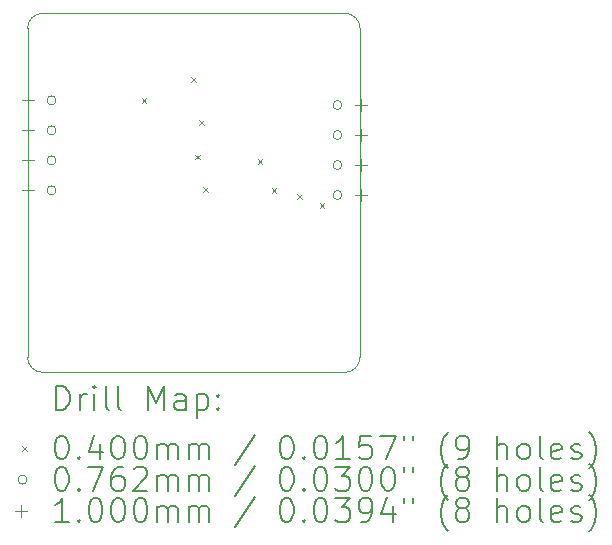
<source format=gbr>
%TF.GenerationSoftware,KiCad,Pcbnew,7.0.1*%
%TF.CreationDate,2023-09-22T10:38:57-04:00*%
%TF.ProjectId,PMIC_module,504d4943-5f6d-46f6-9475-6c652e6b6963,rev?*%
%TF.SameCoordinates,Original*%
%TF.FileFunction,Drillmap*%
%TF.FilePolarity,Positive*%
%FSLAX45Y45*%
G04 Gerber Fmt 4.5, Leading zero omitted, Abs format (unit mm)*
G04 Created by KiCad (PCBNEW 7.0.1) date 2023-09-22 10:38:57*
%MOMM*%
%LPD*%
G01*
G04 APERTURE LIST*
%ADD10C,0.100000*%
%ADD11C,0.200000*%
%ADD12C,0.040000*%
%ADD13C,0.076200*%
G04 APERTURE END LIST*
D10*
X10192780Y-8026160D02*
X10192780Y-10812540D01*
X10065780Y-10939540D02*
G75*
G03*
X10192780Y-10812540I0J127000D01*
G01*
X7378460Y-10812540D02*
G75*
G03*
X7505460Y-10939540I127000J0D01*
G01*
X7505460Y-7899160D02*
X10065780Y-7899160D01*
X7505460Y-7899160D02*
G75*
G03*
X7378460Y-8026160I0J-127000D01*
G01*
X10065780Y-10939540D02*
X7505460Y-10939540D01*
X7378460Y-10812540D02*
X7378460Y-8026160D01*
X10192780Y-8026160D02*
G75*
G03*
X10065780Y-7899160I-127000J0D01*
G01*
D11*
D12*
X8343980Y-8616000D02*
X8383980Y-8656000D01*
X8383980Y-8616000D02*
X8343980Y-8656000D01*
X8762875Y-8440295D02*
X8802875Y-8480295D01*
X8802875Y-8440295D02*
X8762875Y-8480295D01*
X8798640Y-9095820D02*
X8838640Y-9135820D01*
X8838640Y-9095820D02*
X8798640Y-9135820D01*
X8831660Y-8801180D02*
X8871660Y-8841180D01*
X8871660Y-8801180D02*
X8831660Y-8841180D01*
X8867220Y-9372680D02*
X8907220Y-9412680D01*
X8907220Y-9372680D02*
X8867220Y-9412680D01*
X9326960Y-9131380D02*
X9366960Y-9171380D01*
X9366960Y-9131380D02*
X9326960Y-9171380D01*
X9443800Y-9382840D02*
X9483800Y-9422840D01*
X9483800Y-9382840D02*
X9443800Y-9422840D01*
X9661300Y-9432700D02*
X9701300Y-9472700D01*
X9701300Y-9432700D02*
X9661300Y-9472700D01*
X9850200Y-9509840D02*
X9890200Y-9549840D01*
X9890200Y-9509840D02*
X9850200Y-9549840D01*
D13*
X7619100Y-8636000D02*
G75*
G03*
X7619100Y-8636000I-38100J0D01*
G01*
X7619100Y-8890000D02*
G75*
G03*
X7619100Y-8890000I-38100J0D01*
G01*
X7619100Y-9144000D02*
G75*
G03*
X7619100Y-9144000I-38100J0D01*
G01*
X7619100Y-9398000D02*
G75*
G03*
X7619100Y-9398000I-38100J0D01*
G01*
X10040380Y-8676400D02*
G75*
G03*
X10040380Y-8676400I-38100J0D01*
G01*
X10040380Y-8930400D02*
G75*
G03*
X10040380Y-8930400I-38100J0D01*
G01*
X10040380Y-9184400D02*
G75*
G03*
X10040380Y-9184400I-38100J0D01*
G01*
X10040380Y-9438400D02*
G75*
G03*
X10040380Y-9438400I-38100J0D01*
G01*
D10*
X7381000Y-8586000D02*
X7381000Y-8686000D01*
X7331000Y-8636000D02*
X7431000Y-8636000D01*
X7381000Y-8840000D02*
X7381000Y-8940000D01*
X7331000Y-8890000D02*
X7431000Y-8890000D01*
X7381000Y-9094000D02*
X7381000Y-9194000D01*
X7331000Y-9144000D02*
X7431000Y-9144000D01*
X7381000Y-9348000D02*
X7381000Y-9448000D01*
X7331000Y-9398000D02*
X7431000Y-9398000D01*
X10202280Y-8626400D02*
X10202280Y-8726400D01*
X10152280Y-8676400D02*
X10252280Y-8676400D01*
X10202280Y-8880400D02*
X10202280Y-8980400D01*
X10152280Y-8930400D02*
X10252280Y-8930400D01*
X10202280Y-9134400D02*
X10202280Y-9234400D01*
X10152280Y-9184400D02*
X10252280Y-9184400D01*
X10202280Y-9388400D02*
X10202280Y-9488400D01*
X10152280Y-9438400D02*
X10252280Y-9438400D01*
D11*
X7621079Y-11257064D02*
X7621079Y-11057064D01*
X7621079Y-11057064D02*
X7668698Y-11057064D01*
X7668698Y-11057064D02*
X7697269Y-11066588D01*
X7697269Y-11066588D02*
X7716317Y-11085635D01*
X7716317Y-11085635D02*
X7725841Y-11104683D01*
X7725841Y-11104683D02*
X7735365Y-11142778D01*
X7735365Y-11142778D02*
X7735365Y-11171350D01*
X7735365Y-11171350D02*
X7725841Y-11209445D01*
X7725841Y-11209445D02*
X7716317Y-11228492D01*
X7716317Y-11228492D02*
X7697269Y-11247540D01*
X7697269Y-11247540D02*
X7668698Y-11257064D01*
X7668698Y-11257064D02*
X7621079Y-11257064D01*
X7821079Y-11257064D02*
X7821079Y-11123730D01*
X7821079Y-11161826D02*
X7830603Y-11142778D01*
X7830603Y-11142778D02*
X7840127Y-11133254D01*
X7840127Y-11133254D02*
X7859174Y-11123730D01*
X7859174Y-11123730D02*
X7878222Y-11123730D01*
X7944888Y-11257064D02*
X7944888Y-11123730D01*
X7944888Y-11057064D02*
X7935365Y-11066588D01*
X7935365Y-11066588D02*
X7944888Y-11076111D01*
X7944888Y-11076111D02*
X7954412Y-11066588D01*
X7954412Y-11066588D02*
X7944888Y-11057064D01*
X7944888Y-11057064D02*
X7944888Y-11076111D01*
X8068698Y-11257064D02*
X8049650Y-11247540D01*
X8049650Y-11247540D02*
X8040127Y-11228492D01*
X8040127Y-11228492D02*
X8040127Y-11057064D01*
X8173460Y-11257064D02*
X8154412Y-11247540D01*
X8154412Y-11247540D02*
X8144888Y-11228492D01*
X8144888Y-11228492D02*
X8144888Y-11057064D01*
X8402031Y-11257064D02*
X8402031Y-11057064D01*
X8402031Y-11057064D02*
X8468698Y-11199921D01*
X8468698Y-11199921D02*
X8535365Y-11057064D01*
X8535365Y-11057064D02*
X8535365Y-11257064D01*
X8716317Y-11257064D02*
X8716317Y-11152302D01*
X8716317Y-11152302D02*
X8706793Y-11133254D01*
X8706793Y-11133254D02*
X8687746Y-11123730D01*
X8687746Y-11123730D02*
X8649650Y-11123730D01*
X8649650Y-11123730D02*
X8630603Y-11133254D01*
X8716317Y-11247540D02*
X8697270Y-11257064D01*
X8697270Y-11257064D02*
X8649650Y-11257064D01*
X8649650Y-11257064D02*
X8630603Y-11247540D01*
X8630603Y-11247540D02*
X8621079Y-11228492D01*
X8621079Y-11228492D02*
X8621079Y-11209445D01*
X8621079Y-11209445D02*
X8630603Y-11190397D01*
X8630603Y-11190397D02*
X8649650Y-11180873D01*
X8649650Y-11180873D02*
X8697270Y-11180873D01*
X8697270Y-11180873D02*
X8716317Y-11171350D01*
X8811555Y-11123730D02*
X8811555Y-11323730D01*
X8811555Y-11133254D02*
X8830603Y-11123730D01*
X8830603Y-11123730D02*
X8868698Y-11123730D01*
X8868698Y-11123730D02*
X8887746Y-11133254D01*
X8887746Y-11133254D02*
X8897270Y-11142778D01*
X8897270Y-11142778D02*
X8906793Y-11161826D01*
X8906793Y-11161826D02*
X8906793Y-11218968D01*
X8906793Y-11218968D02*
X8897270Y-11238016D01*
X8897270Y-11238016D02*
X8887746Y-11247540D01*
X8887746Y-11247540D02*
X8868698Y-11257064D01*
X8868698Y-11257064D02*
X8830603Y-11257064D01*
X8830603Y-11257064D02*
X8811555Y-11247540D01*
X8992508Y-11238016D02*
X9002031Y-11247540D01*
X9002031Y-11247540D02*
X8992508Y-11257064D01*
X8992508Y-11257064D02*
X8982984Y-11247540D01*
X8982984Y-11247540D02*
X8992508Y-11238016D01*
X8992508Y-11238016D02*
X8992508Y-11257064D01*
X8992508Y-11133254D02*
X9002031Y-11142778D01*
X9002031Y-11142778D02*
X8992508Y-11152302D01*
X8992508Y-11152302D02*
X8982984Y-11142778D01*
X8982984Y-11142778D02*
X8992508Y-11133254D01*
X8992508Y-11133254D02*
X8992508Y-11152302D01*
D12*
X7333460Y-11564540D02*
X7373460Y-11604540D01*
X7373460Y-11564540D02*
X7333460Y-11604540D01*
D11*
X7659174Y-11477064D02*
X7678222Y-11477064D01*
X7678222Y-11477064D02*
X7697269Y-11486588D01*
X7697269Y-11486588D02*
X7706793Y-11496111D01*
X7706793Y-11496111D02*
X7716317Y-11515159D01*
X7716317Y-11515159D02*
X7725841Y-11553254D01*
X7725841Y-11553254D02*
X7725841Y-11600873D01*
X7725841Y-11600873D02*
X7716317Y-11638968D01*
X7716317Y-11638968D02*
X7706793Y-11658016D01*
X7706793Y-11658016D02*
X7697269Y-11667540D01*
X7697269Y-11667540D02*
X7678222Y-11677064D01*
X7678222Y-11677064D02*
X7659174Y-11677064D01*
X7659174Y-11677064D02*
X7640127Y-11667540D01*
X7640127Y-11667540D02*
X7630603Y-11658016D01*
X7630603Y-11658016D02*
X7621079Y-11638968D01*
X7621079Y-11638968D02*
X7611555Y-11600873D01*
X7611555Y-11600873D02*
X7611555Y-11553254D01*
X7611555Y-11553254D02*
X7621079Y-11515159D01*
X7621079Y-11515159D02*
X7630603Y-11496111D01*
X7630603Y-11496111D02*
X7640127Y-11486588D01*
X7640127Y-11486588D02*
X7659174Y-11477064D01*
X7811555Y-11658016D02*
X7821079Y-11667540D01*
X7821079Y-11667540D02*
X7811555Y-11677064D01*
X7811555Y-11677064D02*
X7802031Y-11667540D01*
X7802031Y-11667540D02*
X7811555Y-11658016D01*
X7811555Y-11658016D02*
X7811555Y-11677064D01*
X7992508Y-11543730D02*
X7992508Y-11677064D01*
X7944888Y-11467540D02*
X7897269Y-11610397D01*
X7897269Y-11610397D02*
X8021079Y-11610397D01*
X8135365Y-11477064D02*
X8154412Y-11477064D01*
X8154412Y-11477064D02*
X8173460Y-11486588D01*
X8173460Y-11486588D02*
X8182984Y-11496111D01*
X8182984Y-11496111D02*
X8192508Y-11515159D01*
X8192508Y-11515159D02*
X8202031Y-11553254D01*
X8202031Y-11553254D02*
X8202031Y-11600873D01*
X8202031Y-11600873D02*
X8192508Y-11638968D01*
X8192508Y-11638968D02*
X8182984Y-11658016D01*
X8182984Y-11658016D02*
X8173460Y-11667540D01*
X8173460Y-11667540D02*
X8154412Y-11677064D01*
X8154412Y-11677064D02*
X8135365Y-11677064D01*
X8135365Y-11677064D02*
X8116317Y-11667540D01*
X8116317Y-11667540D02*
X8106793Y-11658016D01*
X8106793Y-11658016D02*
X8097269Y-11638968D01*
X8097269Y-11638968D02*
X8087746Y-11600873D01*
X8087746Y-11600873D02*
X8087746Y-11553254D01*
X8087746Y-11553254D02*
X8097269Y-11515159D01*
X8097269Y-11515159D02*
X8106793Y-11496111D01*
X8106793Y-11496111D02*
X8116317Y-11486588D01*
X8116317Y-11486588D02*
X8135365Y-11477064D01*
X8325841Y-11477064D02*
X8344889Y-11477064D01*
X8344889Y-11477064D02*
X8363936Y-11486588D01*
X8363936Y-11486588D02*
X8373460Y-11496111D01*
X8373460Y-11496111D02*
X8382984Y-11515159D01*
X8382984Y-11515159D02*
X8392508Y-11553254D01*
X8392508Y-11553254D02*
X8392508Y-11600873D01*
X8392508Y-11600873D02*
X8382984Y-11638968D01*
X8382984Y-11638968D02*
X8373460Y-11658016D01*
X8373460Y-11658016D02*
X8363936Y-11667540D01*
X8363936Y-11667540D02*
X8344889Y-11677064D01*
X8344889Y-11677064D02*
X8325841Y-11677064D01*
X8325841Y-11677064D02*
X8306793Y-11667540D01*
X8306793Y-11667540D02*
X8297269Y-11658016D01*
X8297269Y-11658016D02*
X8287746Y-11638968D01*
X8287746Y-11638968D02*
X8278222Y-11600873D01*
X8278222Y-11600873D02*
X8278222Y-11553254D01*
X8278222Y-11553254D02*
X8287746Y-11515159D01*
X8287746Y-11515159D02*
X8297269Y-11496111D01*
X8297269Y-11496111D02*
X8306793Y-11486588D01*
X8306793Y-11486588D02*
X8325841Y-11477064D01*
X8478222Y-11677064D02*
X8478222Y-11543730D01*
X8478222Y-11562778D02*
X8487746Y-11553254D01*
X8487746Y-11553254D02*
X8506793Y-11543730D01*
X8506793Y-11543730D02*
X8535365Y-11543730D01*
X8535365Y-11543730D02*
X8554412Y-11553254D01*
X8554412Y-11553254D02*
X8563936Y-11572302D01*
X8563936Y-11572302D02*
X8563936Y-11677064D01*
X8563936Y-11572302D02*
X8573460Y-11553254D01*
X8573460Y-11553254D02*
X8592508Y-11543730D01*
X8592508Y-11543730D02*
X8621079Y-11543730D01*
X8621079Y-11543730D02*
X8640127Y-11553254D01*
X8640127Y-11553254D02*
X8649651Y-11572302D01*
X8649651Y-11572302D02*
X8649651Y-11677064D01*
X8744889Y-11677064D02*
X8744889Y-11543730D01*
X8744889Y-11562778D02*
X8754412Y-11553254D01*
X8754412Y-11553254D02*
X8773460Y-11543730D01*
X8773460Y-11543730D02*
X8802032Y-11543730D01*
X8802032Y-11543730D02*
X8821079Y-11553254D01*
X8821079Y-11553254D02*
X8830603Y-11572302D01*
X8830603Y-11572302D02*
X8830603Y-11677064D01*
X8830603Y-11572302D02*
X8840127Y-11553254D01*
X8840127Y-11553254D02*
X8859174Y-11543730D01*
X8859174Y-11543730D02*
X8887746Y-11543730D01*
X8887746Y-11543730D02*
X8906793Y-11553254D01*
X8906793Y-11553254D02*
X8916317Y-11572302D01*
X8916317Y-11572302D02*
X8916317Y-11677064D01*
X9306793Y-11467540D02*
X9135365Y-11724683D01*
X9563936Y-11477064D02*
X9582984Y-11477064D01*
X9582984Y-11477064D02*
X9602032Y-11486588D01*
X9602032Y-11486588D02*
X9611555Y-11496111D01*
X9611555Y-11496111D02*
X9621079Y-11515159D01*
X9621079Y-11515159D02*
X9630603Y-11553254D01*
X9630603Y-11553254D02*
X9630603Y-11600873D01*
X9630603Y-11600873D02*
X9621079Y-11638968D01*
X9621079Y-11638968D02*
X9611555Y-11658016D01*
X9611555Y-11658016D02*
X9602032Y-11667540D01*
X9602032Y-11667540D02*
X9582984Y-11677064D01*
X9582984Y-11677064D02*
X9563936Y-11677064D01*
X9563936Y-11677064D02*
X9544889Y-11667540D01*
X9544889Y-11667540D02*
X9535365Y-11658016D01*
X9535365Y-11658016D02*
X9525841Y-11638968D01*
X9525841Y-11638968D02*
X9516317Y-11600873D01*
X9516317Y-11600873D02*
X9516317Y-11553254D01*
X9516317Y-11553254D02*
X9525841Y-11515159D01*
X9525841Y-11515159D02*
X9535365Y-11496111D01*
X9535365Y-11496111D02*
X9544889Y-11486588D01*
X9544889Y-11486588D02*
X9563936Y-11477064D01*
X9716317Y-11658016D02*
X9725841Y-11667540D01*
X9725841Y-11667540D02*
X9716317Y-11677064D01*
X9716317Y-11677064D02*
X9706794Y-11667540D01*
X9706794Y-11667540D02*
X9716317Y-11658016D01*
X9716317Y-11658016D02*
X9716317Y-11677064D01*
X9849651Y-11477064D02*
X9868698Y-11477064D01*
X9868698Y-11477064D02*
X9887746Y-11486588D01*
X9887746Y-11486588D02*
X9897270Y-11496111D01*
X9897270Y-11496111D02*
X9906794Y-11515159D01*
X9906794Y-11515159D02*
X9916317Y-11553254D01*
X9916317Y-11553254D02*
X9916317Y-11600873D01*
X9916317Y-11600873D02*
X9906794Y-11638968D01*
X9906794Y-11638968D02*
X9897270Y-11658016D01*
X9897270Y-11658016D02*
X9887746Y-11667540D01*
X9887746Y-11667540D02*
X9868698Y-11677064D01*
X9868698Y-11677064D02*
X9849651Y-11677064D01*
X9849651Y-11677064D02*
X9830603Y-11667540D01*
X9830603Y-11667540D02*
X9821079Y-11658016D01*
X9821079Y-11658016D02*
X9811555Y-11638968D01*
X9811555Y-11638968D02*
X9802032Y-11600873D01*
X9802032Y-11600873D02*
X9802032Y-11553254D01*
X9802032Y-11553254D02*
X9811555Y-11515159D01*
X9811555Y-11515159D02*
X9821079Y-11496111D01*
X9821079Y-11496111D02*
X9830603Y-11486588D01*
X9830603Y-11486588D02*
X9849651Y-11477064D01*
X10106794Y-11677064D02*
X9992508Y-11677064D01*
X10049651Y-11677064D02*
X10049651Y-11477064D01*
X10049651Y-11477064D02*
X10030603Y-11505635D01*
X10030603Y-11505635D02*
X10011555Y-11524683D01*
X10011555Y-11524683D02*
X9992508Y-11534207D01*
X10287746Y-11477064D02*
X10192508Y-11477064D01*
X10192508Y-11477064D02*
X10182984Y-11572302D01*
X10182984Y-11572302D02*
X10192508Y-11562778D01*
X10192508Y-11562778D02*
X10211555Y-11553254D01*
X10211555Y-11553254D02*
X10259175Y-11553254D01*
X10259175Y-11553254D02*
X10278222Y-11562778D01*
X10278222Y-11562778D02*
X10287746Y-11572302D01*
X10287746Y-11572302D02*
X10297270Y-11591349D01*
X10297270Y-11591349D02*
X10297270Y-11638968D01*
X10297270Y-11638968D02*
X10287746Y-11658016D01*
X10287746Y-11658016D02*
X10278222Y-11667540D01*
X10278222Y-11667540D02*
X10259175Y-11677064D01*
X10259175Y-11677064D02*
X10211555Y-11677064D01*
X10211555Y-11677064D02*
X10192508Y-11667540D01*
X10192508Y-11667540D02*
X10182984Y-11658016D01*
X10363936Y-11477064D02*
X10497270Y-11477064D01*
X10497270Y-11477064D02*
X10411555Y-11677064D01*
X10563936Y-11477064D02*
X10563936Y-11515159D01*
X10640127Y-11477064D02*
X10640127Y-11515159D01*
X10935365Y-11753254D02*
X10925841Y-11743730D01*
X10925841Y-11743730D02*
X10906794Y-11715159D01*
X10906794Y-11715159D02*
X10897270Y-11696111D01*
X10897270Y-11696111D02*
X10887746Y-11667540D01*
X10887746Y-11667540D02*
X10878222Y-11619921D01*
X10878222Y-11619921D02*
X10878222Y-11581826D01*
X10878222Y-11581826D02*
X10887746Y-11534207D01*
X10887746Y-11534207D02*
X10897270Y-11505635D01*
X10897270Y-11505635D02*
X10906794Y-11486588D01*
X10906794Y-11486588D02*
X10925841Y-11458016D01*
X10925841Y-11458016D02*
X10935365Y-11448492D01*
X11021079Y-11677064D02*
X11059175Y-11677064D01*
X11059175Y-11677064D02*
X11078222Y-11667540D01*
X11078222Y-11667540D02*
X11087746Y-11658016D01*
X11087746Y-11658016D02*
X11106794Y-11629445D01*
X11106794Y-11629445D02*
X11116317Y-11591349D01*
X11116317Y-11591349D02*
X11116317Y-11515159D01*
X11116317Y-11515159D02*
X11106794Y-11496111D01*
X11106794Y-11496111D02*
X11097270Y-11486588D01*
X11097270Y-11486588D02*
X11078222Y-11477064D01*
X11078222Y-11477064D02*
X11040127Y-11477064D01*
X11040127Y-11477064D02*
X11021079Y-11486588D01*
X11021079Y-11486588D02*
X11011556Y-11496111D01*
X11011556Y-11496111D02*
X11002032Y-11515159D01*
X11002032Y-11515159D02*
X11002032Y-11562778D01*
X11002032Y-11562778D02*
X11011556Y-11581826D01*
X11011556Y-11581826D02*
X11021079Y-11591349D01*
X11021079Y-11591349D02*
X11040127Y-11600873D01*
X11040127Y-11600873D02*
X11078222Y-11600873D01*
X11078222Y-11600873D02*
X11097270Y-11591349D01*
X11097270Y-11591349D02*
X11106794Y-11581826D01*
X11106794Y-11581826D02*
X11116317Y-11562778D01*
X11354413Y-11677064D02*
X11354413Y-11477064D01*
X11440127Y-11677064D02*
X11440127Y-11572302D01*
X11440127Y-11572302D02*
X11430603Y-11553254D01*
X11430603Y-11553254D02*
X11411556Y-11543730D01*
X11411556Y-11543730D02*
X11382984Y-11543730D01*
X11382984Y-11543730D02*
X11363936Y-11553254D01*
X11363936Y-11553254D02*
X11354413Y-11562778D01*
X11563936Y-11677064D02*
X11544889Y-11667540D01*
X11544889Y-11667540D02*
X11535365Y-11658016D01*
X11535365Y-11658016D02*
X11525841Y-11638968D01*
X11525841Y-11638968D02*
X11525841Y-11581826D01*
X11525841Y-11581826D02*
X11535365Y-11562778D01*
X11535365Y-11562778D02*
X11544889Y-11553254D01*
X11544889Y-11553254D02*
X11563936Y-11543730D01*
X11563936Y-11543730D02*
X11592508Y-11543730D01*
X11592508Y-11543730D02*
X11611556Y-11553254D01*
X11611556Y-11553254D02*
X11621079Y-11562778D01*
X11621079Y-11562778D02*
X11630603Y-11581826D01*
X11630603Y-11581826D02*
X11630603Y-11638968D01*
X11630603Y-11638968D02*
X11621079Y-11658016D01*
X11621079Y-11658016D02*
X11611556Y-11667540D01*
X11611556Y-11667540D02*
X11592508Y-11677064D01*
X11592508Y-11677064D02*
X11563936Y-11677064D01*
X11744889Y-11677064D02*
X11725841Y-11667540D01*
X11725841Y-11667540D02*
X11716317Y-11648492D01*
X11716317Y-11648492D02*
X11716317Y-11477064D01*
X11897270Y-11667540D02*
X11878222Y-11677064D01*
X11878222Y-11677064D02*
X11840127Y-11677064D01*
X11840127Y-11677064D02*
X11821079Y-11667540D01*
X11821079Y-11667540D02*
X11811556Y-11648492D01*
X11811556Y-11648492D02*
X11811556Y-11572302D01*
X11811556Y-11572302D02*
X11821079Y-11553254D01*
X11821079Y-11553254D02*
X11840127Y-11543730D01*
X11840127Y-11543730D02*
X11878222Y-11543730D01*
X11878222Y-11543730D02*
X11897270Y-11553254D01*
X11897270Y-11553254D02*
X11906794Y-11572302D01*
X11906794Y-11572302D02*
X11906794Y-11591349D01*
X11906794Y-11591349D02*
X11811556Y-11610397D01*
X11982984Y-11667540D02*
X12002032Y-11677064D01*
X12002032Y-11677064D02*
X12040127Y-11677064D01*
X12040127Y-11677064D02*
X12059175Y-11667540D01*
X12059175Y-11667540D02*
X12068698Y-11648492D01*
X12068698Y-11648492D02*
X12068698Y-11638968D01*
X12068698Y-11638968D02*
X12059175Y-11619921D01*
X12059175Y-11619921D02*
X12040127Y-11610397D01*
X12040127Y-11610397D02*
X12011556Y-11610397D01*
X12011556Y-11610397D02*
X11992508Y-11600873D01*
X11992508Y-11600873D02*
X11982984Y-11581826D01*
X11982984Y-11581826D02*
X11982984Y-11572302D01*
X11982984Y-11572302D02*
X11992508Y-11553254D01*
X11992508Y-11553254D02*
X12011556Y-11543730D01*
X12011556Y-11543730D02*
X12040127Y-11543730D01*
X12040127Y-11543730D02*
X12059175Y-11553254D01*
X12135365Y-11753254D02*
X12144889Y-11743730D01*
X12144889Y-11743730D02*
X12163937Y-11715159D01*
X12163937Y-11715159D02*
X12173460Y-11696111D01*
X12173460Y-11696111D02*
X12182984Y-11667540D01*
X12182984Y-11667540D02*
X12192508Y-11619921D01*
X12192508Y-11619921D02*
X12192508Y-11581826D01*
X12192508Y-11581826D02*
X12182984Y-11534207D01*
X12182984Y-11534207D02*
X12173460Y-11505635D01*
X12173460Y-11505635D02*
X12163937Y-11486588D01*
X12163937Y-11486588D02*
X12144889Y-11458016D01*
X12144889Y-11458016D02*
X12135365Y-11448492D01*
D13*
X7373460Y-11848540D02*
G75*
G03*
X7373460Y-11848540I-38100J0D01*
G01*
D11*
X7659174Y-11741064D02*
X7678222Y-11741064D01*
X7678222Y-11741064D02*
X7697269Y-11750588D01*
X7697269Y-11750588D02*
X7706793Y-11760111D01*
X7706793Y-11760111D02*
X7716317Y-11779159D01*
X7716317Y-11779159D02*
X7725841Y-11817254D01*
X7725841Y-11817254D02*
X7725841Y-11864873D01*
X7725841Y-11864873D02*
X7716317Y-11902968D01*
X7716317Y-11902968D02*
X7706793Y-11922016D01*
X7706793Y-11922016D02*
X7697269Y-11931540D01*
X7697269Y-11931540D02*
X7678222Y-11941064D01*
X7678222Y-11941064D02*
X7659174Y-11941064D01*
X7659174Y-11941064D02*
X7640127Y-11931540D01*
X7640127Y-11931540D02*
X7630603Y-11922016D01*
X7630603Y-11922016D02*
X7621079Y-11902968D01*
X7621079Y-11902968D02*
X7611555Y-11864873D01*
X7611555Y-11864873D02*
X7611555Y-11817254D01*
X7611555Y-11817254D02*
X7621079Y-11779159D01*
X7621079Y-11779159D02*
X7630603Y-11760111D01*
X7630603Y-11760111D02*
X7640127Y-11750588D01*
X7640127Y-11750588D02*
X7659174Y-11741064D01*
X7811555Y-11922016D02*
X7821079Y-11931540D01*
X7821079Y-11931540D02*
X7811555Y-11941064D01*
X7811555Y-11941064D02*
X7802031Y-11931540D01*
X7802031Y-11931540D02*
X7811555Y-11922016D01*
X7811555Y-11922016D02*
X7811555Y-11941064D01*
X7887746Y-11741064D02*
X8021079Y-11741064D01*
X8021079Y-11741064D02*
X7935365Y-11941064D01*
X8182984Y-11741064D02*
X8144888Y-11741064D01*
X8144888Y-11741064D02*
X8125841Y-11750588D01*
X8125841Y-11750588D02*
X8116317Y-11760111D01*
X8116317Y-11760111D02*
X8097269Y-11788683D01*
X8097269Y-11788683D02*
X8087746Y-11826778D01*
X8087746Y-11826778D02*
X8087746Y-11902968D01*
X8087746Y-11902968D02*
X8097269Y-11922016D01*
X8097269Y-11922016D02*
X8106793Y-11931540D01*
X8106793Y-11931540D02*
X8125841Y-11941064D01*
X8125841Y-11941064D02*
X8163936Y-11941064D01*
X8163936Y-11941064D02*
X8182984Y-11931540D01*
X8182984Y-11931540D02*
X8192508Y-11922016D01*
X8192508Y-11922016D02*
X8202031Y-11902968D01*
X8202031Y-11902968D02*
X8202031Y-11855349D01*
X8202031Y-11855349D02*
X8192508Y-11836302D01*
X8192508Y-11836302D02*
X8182984Y-11826778D01*
X8182984Y-11826778D02*
X8163936Y-11817254D01*
X8163936Y-11817254D02*
X8125841Y-11817254D01*
X8125841Y-11817254D02*
X8106793Y-11826778D01*
X8106793Y-11826778D02*
X8097269Y-11836302D01*
X8097269Y-11836302D02*
X8087746Y-11855349D01*
X8278222Y-11760111D02*
X8287746Y-11750588D01*
X8287746Y-11750588D02*
X8306793Y-11741064D01*
X8306793Y-11741064D02*
X8354412Y-11741064D01*
X8354412Y-11741064D02*
X8373460Y-11750588D01*
X8373460Y-11750588D02*
X8382984Y-11760111D01*
X8382984Y-11760111D02*
X8392508Y-11779159D01*
X8392508Y-11779159D02*
X8392508Y-11798207D01*
X8392508Y-11798207D02*
X8382984Y-11826778D01*
X8382984Y-11826778D02*
X8268698Y-11941064D01*
X8268698Y-11941064D02*
X8392508Y-11941064D01*
X8478222Y-11941064D02*
X8478222Y-11807730D01*
X8478222Y-11826778D02*
X8487746Y-11817254D01*
X8487746Y-11817254D02*
X8506793Y-11807730D01*
X8506793Y-11807730D02*
X8535365Y-11807730D01*
X8535365Y-11807730D02*
X8554412Y-11817254D01*
X8554412Y-11817254D02*
X8563936Y-11836302D01*
X8563936Y-11836302D02*
X8563936Y-11941064D01*
X8563936Y-11836302D02*
X8573460Y-11817254D01*
X8573460Y-11817254D02*
X8592508Y-11807730D01*
X8592508Y-11807730D02*
X8621079Y-11807730D01*
X8621079Y-11807730D02*
X8640127Y-11817254D01*
X8640127Y-11817254D02*
X8649651Y-11836302D01*
X8649651Y-11836302D02*
X8649651Y-11941064D01*
X8744889Y-11941064D02*
X8744889Y-11807730D01*
X8744889Y-11826778D02*
X8754412Y-11817254D01*
X8754412Y-11817254D02*
X8773460Y-11807730D01*
X8773460Y-11807730D02*
X8802032Y-11807730D01*
X8802032Y-11807730D02*
X8821079Y-11817254D01*
X8821079Y-11817254D02*
X8830603Y-11836302D01*
X8830603Y-11836302D02*
X8830603Y-11941064D01*
X8830603Y-11836302D02*
X8840127Y-11817254D01*
X8840127Y-11817254D02*
X8859174Y-11807730D01*
X8859174Y-11807730D02*
X8887746Y-11807730D01*
X8887746Y-11807730D02*
X8906793Y-11817254D01*
X8906793Y-11817254D02*
X8916317Y-11836302D01*
X8916317Y-11836302D02*
X8916317Y-11941064D01*
X9306793Y-11731540D02*
X9135365Y-11988683D01*
X9563936Y-11741064D02*
X9582984Y-11741064D01*
X9582984Y-11741064D02*
X9602032Y-11750588D01*
X9602032Y-11750588D02*
X9611555Y-11760111D01*
X9611555Y-11760111D02*
X9621079Y-11779159D01*
X9621079Y-11779159D02*
X9630603Y-11817254D01*
X9630603Y-11817254D02*
X9630603Y-11864873D01*
X9630603Y-11864873D02*
X9621079Y-11902968D01*
X9621079Y-11902968D02*
X9611555Y-11922016D01*
X9611555Y-11922016D02*
X9602032Y-11931540D01*
X9602032Y-11931540D02*
X9582984Y-11941064D01*
X9582984Y-11941064D02*
X9563936Y-11941064D01*
X9563936Y-11941064D02*
X9544889Y-11931540D01*
X9544889Y-11931540D02*
X9535365Y-11922016D01*
X9535365Y-11922016D02*
X9525841Y-11902968D01*
X9525841Y-11902968D02*
X9516317Y-11864873D01*
X9516317Y-11864873D02*
X9516317Y-11817254D01*
X9516317Y-11817254D02*
X9525841Y-11779159D01*
X9525841Y-11779159D02*
X9535365Y-11760111D01*
X9535365Y-11760111D02*
X9544889Y-11750588D01*
X9544889Y-11750588D02*
X9563936Y-11741064D01*
X9716317Y-11922016D02*
X9725841Y-11931540D01*
X9725841Y-11931540D02*
X9716317Y-11941064D01*
X9716317Y-11941064D02*
X9706794Y-11931540D01*
X9706794Y-11931540D02*
X9716317Y-11922016D01*
X9716317Y-11922016D02*
X9716317Y-11941064D01*
X9849651Y-11741064D02*
X9868698Y-11741064D01*
X9868698Y-11741064D02*
X9887746Y-11750588D01*
X9887746Y-11750588D02*
X9897270Y-11760111D01*
X9897270Y-11760111D02*
X9906794Y-11779159D01*
X9906794Y-11779159D02*
X9916317Y-11817254D01*
X9916317Y-11817254D02*
X9916317Y-11864873D01*
X9916317Y-11864873D02*
X9906794Y-11902968D01*
X9906794Y-11902968D02*
X9897270Y-11922016D01*
X9897270Y-11922016D02*
X9887746Y-11931540D01*
X9887746Y-11931540D02*
X9868698Y-11941064D01*
X9868698Y-11941064D02*
X9849651Y-11941064D01*
X9849651Y-11941064D02*
X9830603Y-11931540D01*
X9830603Y-11931540D02*
X9821079Y-11922016D01*
X9821079Y-11922016D02*
X9811555Y-11902968D01*
X9811555Y-11902968D02*
X9802032Y-11864873D01*
X9802032Y-11864873D02*
X9802032Y-11817254D01*
X9802032Y-11817254D02*
X9811555Y-11779159D01*
X9811555Y-11779159D02*
X9821079Y-11760111D01*
X9821079Y-11760111D02*
X9830603Y-11750588D01*
X9830603Y-11750588D02*
X9849651Y-11741064D01*
X9982984Y-11741064D02*
X10106794Y-11741064D01*
X10106794Y-11741064D02*
X10040127Y-11817254D01*
X10040127Y-11817254D02*
X10068698Y-11817254D01*
X10068698Y-11817254D02*
X10087746Y-11826778D01*
X10087746Y-11826778D02*
X10097270Y-11836302D01*
X10097270Y-11836302D02*
X10106794Y-11855349D01*
X10106794Y-11855349D02*
X10106794Y-11902968D01*
X10106794Y-11902968D02*
X10097270Y-11922016D01*
X10097270Y-11922016D02*
X10087746Y-11931540D01*
X10087746Y-11931540D02*
X10068698Y-11941064D01*
X10068698Y-11941064D02*
X10011555Y-11941064D01*
X10011555Y-11941064D02*
X9992508Y-11931540D01*
X9992508Y-11931540D02*
X9982984Y-11922016D01*
X10230603Y-11741064D02*
X10249651Y-11741064D01*
X10249651Y-11741064D02*
X10268698Y-11750588D01*
X10268698Y-11750588D02*
X10278222Y-11760111D01*
X10278222Y-11760111D02*
X10287746Y-11779159D01*
X10287746Y-11779159D02*
X10297270Y-11817254D01*
X10297270Y-11817254D02*
X10297270Y-11864873D01*
X10297270Y-11864873D02*
X10287746Y-11902968D01*
X10287746Y-11902968D02*
X10278222Y-11922016D01*
X10278222Y-11922016D02*
X10268698Y-11931540D01*
X10268698Y-11931540D02*
X10249651Y-11941064D01*
X10249651Y-11941064D02*
X10230603Y-11941064D01*
X10230603Y-11941064D02*
X10211555Y-11931540D01*
X10211555Y-11931540D02*
X10202032Y-11922016D01*
X10202032Y-11922016D02*
X10192508Y-11902968D01*
X10192508Y-11902968D02*
X10182984Y-11864873D01*
X10182984Y-11864873D02*
X10182984Y-11817254D01*
X10182984Y-11817254D02*
X10192508Y-11779159D01*
X10192508Y-11779159D02*
X10202032Y-11760111D01*
X10202032Y-11760111D02*
X10211555Y-11750588D01*
X10211555Y-11750588D02*
X10230603Y-11741064D01*
X10421079Y-11741064D02*
X10440127Y-11741064D01*
X10440127Y-11741064D02*
X10459175Y-11750588D01*
X10459175Y-11750588D02*
X10468698Y-11760111D01*
X10468698Y-11760111D02*
X10478222Y-11779159D01*
X10478222Y-11779159D02*
X10487746Y-11817254D01*
X10487746Y-11817254D02*
X10487746Y-11864873D01*
X10487746Y-11864873D02*
X10478222Y-11902968D01*
X10478222Y-11902968D02*
X10468698Y-11922016D01*
X10468698Y-11922016D02*
X10459175Y-11931540D01*
X10459175Y-11931540D02*
X10440127Y-11941064D01*
X10440127Y-11941064D02*
X10421079Y-11941064D01*
X10421079Y-11941064D02*
X10402032Y-11931540D01*
X10402032Y-11931540D02*
X10392508Y-11922016D01*
X10392508Y-11922016D02*
X10382984Y-11902968D01*
X10382984Y-11902968D02*
X10373460Y-11864873D01*
X10373460Y-11864873D02*
X10373460Y-11817254D01*
X10373460Y-11817254D02*
X10382984Y-11779159D01*
X10382984Y-11779159D02*
X10392508Y-11760111D01*
X10392508Y-11760111D02*
X10402032Y-11750588D01*
X10402032Y-11750588D02*
X10421079Y-11741064D01*
X10563936Y-11741064D02*
X10563936Y-11779159D01*
X10640127Y-11741064D02*
X10640127Y-11779159D01*
X10935365Y-12017254D02*
X10925841Y-12007730D01*
X10925841Y-12007730D02*
X10906794Y-11979159D01*
X10906794Y-11979159D02*
X10897270Y-11960111D01*
X10897270Y-11960111D02*
X10887746Y-11931540D01*
X10887746Y-11931540D02*
X10878222Y-11883921D01*
X10878222Y-11883921D02*
X10878222Y-11845826D01*
X10878222Y-11845826D02*
X10887746Y-11798207D01*
X10887746Y-11798207D02*
X10897270Y-11769635D01*
X10897270Y-11769635D02*
X10906794Y-11750588D01*
X10906794Y-11750588D02*
X10925841Y-11722016D01*
X10925841Y-11722016D02*
X10935365Y-11712492D01*
X11040127Y-11826778D02*
X11021079Y-11817254D01*
X11021079Y-11817254D02*
X11011556Y-11807730D01*
X11011556Y-11807730D02*
X11002032Y-11788683D01*
X11002032Y-11788683D02*
X11002032Y-11779159D01*
X11002032Y-11779159D02*
X11011556Y-11760111D01*
X11011556Y-11760111D02*
X11021079Y-11750588D01*
X11021079Y-11750588D02*
X11040127Y-11741064D01*
X11040127Y-11741064D02*
X11078222Y-11741064D01*
X11078222Y-11741064D02*
X11097270Y-11750588D01*
X11097270Y-11750588D02*
X11106794Y-11760111D01*
X11106794Y-11760111D02*
X11116317Y-11779159D01*
X11116317Y-11779159D02*
X11116317Y-11788683D01*
X11116317Y-11788683D02*
X11106794Y-11807730D01*
X11106794Y-11807730D02*
X11097270Y-11817254D01*
X11097270Y-11817254D02*
X11078222Y-11826778D01*
X11078222Y-11826778D02*
X11040127Y-11826778D01*
X11040127Y-11826778D02*
X11021079Y-11836302D01*
X11021079Y-11836302D02*
X11011556Y-11845826D01*
X11011556Y-11845826D02*
X11002032Y-11864873D01*
X11002032Y-11864873D02*
X11002032Y-11902968D01*
X11002032Y-11902968D02*
X11011556Y-11922016D01*
X11011556Y-11922016D02*
X11021079Y-11931540D01*
X11021079Y-11931540D02*
X11040127Y-11941064D01*
X11040127Y-11941064D02*
X11078222Y-11941064D01*
X11078222Y-11941064D02*
X11097270Y-11931540D01*
X11097270Y-11931540D02*
X11106794Y-11922016D01*
X11106794Y-11922016D02*
X11116317Y-11902968D01*
X11116317Y-11902968D02*
X11116317Y-11864873D01*
X11116317Y-11864873D02*
X11106794Y-11845826D01*
X11106794Y-11845826D02*
X11097270Y-11836302D01*
X11097270Y-11836302D02*
X11078222Y-11826778D01*
X11354413Y-11941064D02*
X11354413Y-11741064D01*
X11440127Y-11941064D02*
X11440127Y-11836302D01*
X11440127Y-11836302D02*
X11430603Y-11817254D01*
X11430603Y-11817254D02*
X11411556Y-11807730D01*
X11411556Y-11807730D02*
X11382984Y-11807730D01*
X11382984Y-11807730D02*
X11363936Y-11817254D01*
X11363936Y-11817254D02*
X11354413Y-11826778D01*
X11563936Y-11941064D02*
X11544889Y-11931540D01*
X11544889Y-11931540D02*
X11535365Y-11922016D01*
X11535365Y-11922016D02*
X11525841Y-11902968D01*
X11525841Y-11902968D02*
X11525841Y-11845826D01*
X11525841Y-11845826D02*
X11535365Y-11826778D01*
X11535365Y-11826778D02*
X11544889Y-11817254D01*
X11544889Y-11817254D02*
X11563936Y-11807730D01*
X11563936Y-11807730D02*
X11592508Y-11807730D01*
X11592508Y-11807730D02*
X11611556Y-11817254D01*
X11611556Y-11817254D02*
X11621079Y-11826778D01*
X11621079Y-11826778D02*
X11630603Y-11845826D01*
X11630603Y-11845826D02*
X11630603Y-11902968D01*
X11630603Y-11902968D02*
X11621079Y-11922016D01*
X11621079Y-11922016D02*
X11611556Y-11931540D01*
X11611556Y-11931540D02*
X11592508Y-11941064D01*
X11592508Y-11941064D02*
X11563936Y-11941064D01*
X11744889Y-11941064D02*
X11725841Y-11931540D01*
X11725841Y-11931540D02*
X11716317Y-11912492D01*
X11716317Y-11912492D02*
X11716317Y-11741064D01*
X11897270Y-11931540D02*
X11878222Y-11941064D01*
X11878222Y-11941064D02*
X11840127Y-11941064D01*
X11840127Y-11941064D02*
X11821079Y-11931540D01*
X11821079Y-11931540D02*
X11811556Y-11912492D01*
X11811556Y-11912492D02*
X11811556Y-11836302D01*
X11811556Y-11836302D02*
X11821079Y-11817254D01*
X11821079Y-11817254D02*
X11840127Y-11807730D01*
X11840127Y-11807730D02*
X11878222Y-11807730D01*
X11878222Y-11807730D02*
X11897270Y-11817254D01*
X11897270Y-11817254D02*
X11906794Y-11836302D01*
X11906794Y-11836302D02*
X11906794Y-11855349D01*
X11906794Y-11855349D02*
X11811556Y-11874397D01*
X11982984Y-11931540D02*
X12002032Y-11941064D01*
X12002032Y-11941064D02*
X12040127Y-11941064D01*
X12040127Y-11941064D02*
X12059175Y-11931540D01*
X12059175Y-11931540D02*
X12068698Y-11912492D01*
X12068698Y-11912492D02*
X12068698Y-11902968D01*
X12068698Y-11902968D02*
X12059175Y-11883921D01*
X12059175Y-11883921D02*
X12040127Y-11874397D01*
X12040127Y-11874397D02*
X12011556Y-11874397D01*
X12011556Y-11874397D02*
X11992508Y-11864873D01*
X11992508Y-11864873D02*
X11982984Y-11845826D01*
X11982984Y-11845826D02*
X11982984Y-11836302D01*
X11982984Y-11836302D02*
X11992508Y-11817254D01*
X11992508Y-11817254D02*
X12011556Y-11807730D01*
X12011556Y-11807730D02*
X12040127Y-11807730D01*
X12040127Y-11807730D02*
X12059175Y-11817254D01*
X12135365Y-12017254D02*
X12144889Y-12007730D01*
X12144889Y-12007730D02*
X12163937Y-11979159D01*
X12163937Y-11979159D02*
X12173460Y-11960111D01*
X12173460Y-11960111D02*
X12182984Y-11931540D01*
X12182984Y-11931540D02*
X12192508Y-11883921D01*
X12192508Y-11883921D02*
X12192508Y-11845826D01*
X12192508Y-11845826D02*
X12182984Y-11798207D01*
X12182984Y-11798207D02*
X12173460Y-11769635D01*
X12173460Y-11769635D02*
X12163937Y-11750588D01*
X12163937Y-11750588D02*
X12144889Y-11722016D01*
X12144889Y-11722016D02*
X12135365Y-11712492D01*
D10*
X7323460Y-12062540D02*
X7323460Y-12162540D01*
X7273460Y-12112540D02*
X7373460Y-12112540D01*
D11*
X7725841Y-12205064D02*
X7611555Y-12205064D01*
X7668698Y-12205064D02*
X7668698Y-12005064D01*
X7668698Y-12005064D02*
X7649650Y-12033635D01*
X7649650Y-12033635D02*
X7630603Y-12052683D01*
X7630603Y-12052683D02*
X7611555Y-12062207D01*
X7811555Y-12186016D02*
X7821079Y-12195540D01*
X7821079Y-12195540D02*
X7811555Y-12205064D01*
X7811555Y-12205064D02*
X7802031Y-12195540D01*
X7802031Y-12195540D02*
X7811555Y-12186016D01*
X7811555Y-12186016D02*
X7811555Y-12205064D01*
X7944888Y-12005064D02*
X7963936Y-12005064D01*
X7963936Y-12005064D02*
X7982984Y-12014588D01*
X7982984Y-12014588D02*
X7992508Y-12024111D01*
X7992508Y-12024111D02*
X8002031Y-12043159D01*
X8002031Y-12043159D02*
X8011555Y-12081254D01*
X8011555Y-12081254D02*
X8011555Y-12128873D01*
X8011555Y-12128873D02*
X8002031Y-12166968D01*
X8002031Y-12166968D02*
X7992508Y-12186016D01*
X7992508Y-12186016D02*
X7982984Y-12195540D01*
X7982984Y-12195540D02*
X7963936Y-12205064D01*
X7963936Y-12205064D02*
X7944888Y-12205064D01*
X7944888Y-12205064D02*
X7925841Y-12195540D01*
X7925841Y-12195540D02*
X7916317Y-12186016D01*
X7916317Y-12186016D02*
X7906793Y-12166968D01*
X7906793Y-12166968D02*
X7897269Y-12128873D01*
X7897269Y-12128873D02*
X7897269Y-12081254D01*
X7897269Y-12081254D02*
X7906793Y-12043159D01*
X7906793Y-12043159D02*
X7916317Y-12024111D01*
X7916317Y-12024111D02*
X7925841Y-12014588D01*
X7925841Y-12014588D02*
X7944888Y-12005064D01*
X8135365Y-12005064D02*
X8154412Y-12005064D01*
X8154412Y-12005064D02*
X8173460Y-12014588D01*
X8173460Y-12014588D02*
X8182984Y-12024111D01*
X8182984Y-12024111D02*
X8192508Y-12043159D01*
X8192508Y-12043159D02*
X8202031Y-12081254D01*
X8202031Y-12081254D02*
X8202031Y-12128873D01*
X8202031Y-12128873D02*
X8192508Y-12166968D01*
X8192508Y-12166968D02*
X8182984Y-12186016D01*
X8182984Y-12186016D02*
X8173460Y-12195540D01*
X8173460Y-12195540D02*
X8154412Y-12205064D01*
X8154412Y-12205064D02*
X8135365Y-12205064D01*
X8135365Y-12205064D02*
X8116317Y-12195540D01*
X8116317Y-12195540D02*
X8106793Y-12186016D01*
X8106793Y-12186016D02*
X8097269Y-12166968D01*
X8097269Y-12166968D02*
X8087746Y-12128873D01*
X8087746Y-12128873D02*
X8087746Y-12081254D01*
X8087746Y-12081254D02*
X8097269Y-12043159D01*
X8097269Y-12043159D02*
X8106793Y-12024111D01*
X8106793Y-12024111D02*
X8116317Y-12014588D01*
X8116317Y-12014588D02*
X8135365Y-12005064D01*
X8325841Y-12005064D02*
X8344889Y-12005064D01*
X8344889Y-12005064D02*
X8363936Y-12014588D01*
X8363936Y-12014588D02*
X8373460Y-12024111D01*
X8373460Y-12024111D02*
X8382984Y-12043159D01*
X8382984Y-12043159D02*
X8392508Y-12081254D01*
X8392508Y-12081254D02*
X8392508Y-12128873D01*
X8392508Y-12128873D02*
X8382984Y-12166968D01*
X8382984Y-12166968D02*
X8373460Y-12186016D01*
X8373460Y-12186016D02*
X8363936Y-12195540D01*
X8363936Y-12195540D02*
X8344889Y-12205064D01*
X8344889Y-12205064D02*
X8325841Y-12205064D01*
X8325841Y-12205064D02*
X8306793Y-12195540D01*
X8306793Y-12195540D02*
X8297269Y-12186016D01*
X8297269Y-12186016D02*
X8287746Y-12166968D01*
X8287746Y-12166968D02*
X8278222Y-12128873D01*
X8278222Y-12128873D02*
X8278222Y-12081254D01*
X8278222Y-12081254D02*
X8287746Y-12043159D01*
X8287746Y-12043159D02*
X8297269Y-12024111D01*
X8297269Y-12024111D02*
X8306793Y-12014588D01*
X8306793Y-12014588D02*
X8325841Y-12005064D01*
X8478222Y-12205064D02*
X8478222Y-12071730D01*
X8478222Y-12090778D02*
X8487746Y-12081254D01*
X8487746Y-12081254D02*
X8506793Y-12071730D01*
X8506793Y-12071730D02*
X8535365Y-12071730D01*
X8535365Y-12071730D02*
X8554412Y-12081254D01*
X8554412Y-12081254D02*
X8563936Y-12100302D01*
X8563936Y-12100302D02*
X8563936Y-12205064D01*
X8563936Y-12100302D02*
X8573460Y-12081254D01*
X8573460Y-12081254D02*
X8592508Y-12071730D01*
X8592508Y-12071730D02*
X8621079Y-12071730D01*
X8621079Y-12071730D02*
X8640127Y-12081254D01*
X8640127Y-12081254D02*
X8649651Y-12100302D01*
X8649651Y-12100302D02*
X8649651Y-12205064D01*
X8744889Y-12205064D02*
X8744889Y-12071730D01*
X8744889Y-12090778D02*
X8754412Y-12081254D01*
X8754412Y-12081254D02*
X8773460Y-12071730D01*
X8773460Y-12071730D02*
X8802032Y-12071730D01*
X8802032Y-12071730D02*
X8821079Y-12081254D01*
X8821079Y-12081254D02*
X8830603Y-12100302D01*
X8830603Y-12100302D02*
X8830603Y-12205064D01*
X8830603Y-12100302D02*
X8840127Y-12081254D01*
X8840127Y-12081254D02*
X8859174Y-12071730D01*
X8859174Y-12071730D02*
X8887746Y-12071730D01*
X8887746Y-12071730D02*
X8906793Y-12081254D01*
X8906793Y-12081254D02*
X8916317Y-12100302D01*
X8916317Y-12100302D02*
X8916317Y-12205064D01*
X9306793Y-11995540D02*
X9135365Y-12252683D01*
X9563936Y-12005064D02*
X9582984Y-12005064D01*
X9582984Y-12005064D02*
X9602032Y-12014588D01*
X9602032Y-12014588D02*
X9611555Y-12024111D01*
X9611555Y-12024111D02*
X9621079Y-12043159D01*
X9621079Y-12043159D02*
X9630603Y-12081254D01*
X9630603Y-12081254D02*
X9630603Y-12128873D01*
X9630603Y-12128873D02*
X9621079Y-12166968D01*
X9621079Y-12166968D02*
X9611555Y-12186016D01*
X9611555Y-12186016D02*
X9602032Y-12195540D01*
X9602032Y-12195540D02*
X9582984Y-12205064D01*
X9582984Y-12205064D02*
X9563936Y-12205064D01*
X9563936Y-12205064D02*
X9544889Y-12195540D01*
X9544889Y-12195540D02*
X9535365Y-12186016D01*
X9535365Y-12186016D02*
X9525841Y-12166968D01*
X9525841Y-12166968D02*
X9516317Y-12128873D01*
X9516317Y-12128873D02*
X9516317Y-12081254D01*
X9516317Y-12081254D02*
X9525841Y-12043159D01*
X9525841Y-12043159D02*
X9535365Y-12024111D01*
X9535365Y-12024111D02*
X9544889Y-12014588D01*
X9544889Y-12014588D02*
X9563936Y-12005064D01*
X9716317Y-12186016D02*
X9725841Y-12195540D01*
X9725841Y-12195540D02*
X9716317Y-12205064D01*
X9716317Y-12205064D02*
X9706794Y-12195540D01*
X9706794Y-12195540D02*
X9716317Y-12186016D01*
X9716317Y-12186016D02*
X9716317Y-12205064D01*
X9849651Y-12005064D02*
X9868698Y-12005064D01*
X9868698Y-12005064D02*
X9887746Y-12014588D01*
X9887746Y-12014588D02*
X9897270Y-12024111D01*
X9897270Y-12024111D02*
X9906794Y-12043159D01*
X9906794Y-12043159D02*
X9916317Y-12081254D01*
X9916317Y-12081254D02*
X9916317Y-12128873D01*
X9916317Y-12128873D02*
X9906794Y-12166968D01*
X9906794Y-12166968D02*
X9897270Y-12186016D01*
X9897270Y-12186016D02*
X9887746Y-12195540D01*
X9887746Y-12195540D02*
X9868698Y-12205064D01*
X9868698Y-12205064D02*
X9849651Y-12205064D01*
X9849651Y-12205064D02*
X9830603Y-12195540D01*
X9830603Y-12195540D02*
X9821079Y-12186016D01*
X9821079Y-12186016D02*
X9811555Y-12166968D01*
X9811555Y-12166968D02*
X9802032Y-12128873D01*
X9802032Y-12128873D02*
X9802032Y-12081254D01*
X9802032Y-12081254D02*
X9811555Y-12043159D01*
X9811555Y-12043159D02*
X9821079Y-12024111D01*
X9821079Y-12024111D02*
X9830603Y-12014588D01*
X9830603Y-12014588D02*
X9849651Y-12005064D01*
X9982984Y-12005064D02*
X10106794Y-12005064D01*
X10106794Y-12005064D02*
X10040127Y-12081254D01*
X10040127Y-12081254D02*
X10068698Y-12081254D01*
X10068698Y-12081254D02*
X10087746Y-12090778D01*
X10087746Y-12090778D02*
X10097270Y-12100302D01*
X10097270Y-12100302D02*
X10106794Y-12119349D01*
X10106794Y-12119349D02*
X10106794Y-12166968D01*
X10106794Y-12166968D02*
X10097270Y-12186016D01*
X10097270Y-12186016D02*
X10087746Y-12195540D01*
X10087746Y-12195540D02*
X10068698Y-12205064D01*
X10068698Y-12205064D02*
X10011555Y-12205064D01*
X10011555Y-12205064D02*
X9992508Y-12195540D01*
X9992508Y-12195540D02*
X9982984Y-12186016D01*
X10202032Y-12205064D02*
X10240127Y-12205064D01*
X10240127Y-12205064D02*
X10259175Y-12195540D01*
X10259175Y-12195540D02*
X10268698Y-12186016D01*
X10268698Y-12186016D02*
X10287746Y-12157445D01*
X10287746Y-12157445D02*
X10297270Y-12119349D01*
X10297270Y-12119349D02*
X10297270Y-12043159D01*
X10297270Y-12043159D02*
X10287746Y-12024111D01*
X10287746Y-12024111D02*
X10278222Y-12014588D01*
X10278222Y-12014588D02*
X10259175Y-12005064D01*
X10259175Y-12005064D02*
X10221079Y-12005064D01*
X10221079Y-12005064D02*
X10202032Y-12014588D01*
X10202032Y-12014588D02*
X10192508Y-12024111D01*
X10192508Y-12024111D02*
X10182984Y-12043159D01*
X10182984Y-12043159D02*
X10182984Y-12090778D01*
X10182984Y-12090778D02*
X10192508Y-12109826D01*
X10192508Y-12109826D02*
X10202032Y-12119349D01*
X10202032Y-12119349D02*
X10221079Y-12128873D01*
X10221079Y-12128873D02*
X10259175Y-12128873D01*
X10259175Y-12128873D02*
X10278222Y-12119349D01*
X10278222Y-12119349D02*
X10287746Y-12109826D01*
X10287746Y-12109826D02*
X10297270Y-12090778D01*
X10468698Y-12071730D02*
X10468698Y-12205064D01*
X10421079Y-11995540D02*
X10373460Y-12138397D01*
X10373460Y-12138397D02*
X10497270Y-12138397D01*
X10563936Y-12005064D02*
X10563936Y-12043159D01*
X10640127Y-12005064D02*
X10640127Y-12043159D01*
X10935365Y-12281254D02*
X10925841Y-12271730D01*
X10925841Y-12271730D02*
X10906794Y-12243159D01*
X10906794Y-12243159D02*
X10897270Y-12224111D01*
X10897270Y-12224111D02*
X10887746Y-12195540D01*
X10887746Y-12195540D02*
X10878222Y-12147921D01*
X10878222Y-12147921D02*
X10878222Y-12109826D01*
X10878222Y-12109826D02*
X10887746Y-12062207D01*
X10887746Y-12062207D02*
X10897270Y-12033635D01*
X10897270Y-12033635D02*
X10906794Y-12014588D01*
X10906794Y-12014588D02*
X10925841Y-11986016D01*
X10925841Y-11986016D02*
X10935365Y-11976492D01*
X11040127Y-12090778D02*
X11021079Y-12081254D01*
X11021079Y-12081254D02*
X11011556Y-12071730D01*
X11011556Y-12071730D02*
X11002032Y-12052683D01*
X11002032Y-12052683D02*
X11002032Y-12043159D01*
X11002032Y-12043159D02*
X11011556Y-12024111D01*
X11011556Y-12024111D02*
X11021079Y-12014588D01*
X11021079Y-12014588D02*
X11040127Y-12005064D01*
X11040127Y-12005064D02*
X11078222Y-12005064D01*
X11078222Y-12005064D02*
X11097270Y-12014588D01*
X11097270Y-12014588D02*
X11106794Y-12024111D01*
X11106794Y-12024111D02*
X11116317Y-12043159D01*
X11116317Y-12043159D02*
X11116317Y-12052683D01*
X11116317Y-12052683D02*
X11106794Y-12071730D01*
X11106794Y-12071730D02*
X11097270Y-12081254D01*
X11097270Y-12081254D02*
X11078222Y-12090778D01*
X11078222Y-12090778D02*
X11040127Y-12090778D01*
X11040127Y-12090778D02*
X11021079Y-12100302D01*
X11021079Y-12100302D02*
X11011556Y-12109826D01*
X11011556Y-12109826D02*
X11002032Y-12128873D01*
X11002032Y-12128873D02*
X11002032Y-12166968D01*
X11002032Y-12166968D02*
X11011556Y-12186016D01*
X11011556Y-12186016D02*
X11021079Y-12195540D01*
X11021079Y-12195540D02*
X11040127Y-12205064D01*
X11040127Y-12205064D02*
X11078222Y-12205064D01*
X11078222Y-12205064D02*
X11097270Y-12195540D01*
X11097270Y-12195540D02*
X11106794Y-12186016D01*
X11106794Y-12186016D02*
X11116317Y-12166968D01*
X11116317Y-12166968D02*
X11116317Y-12128873D01*
X11116317Y-12128873D02*
X11106794Y-12109826D01*
X11106794Y-12109826D02*
X11097270Y-12100302D01*
X11097270Y-12100302D02*
X11078222Y-12090778D01*
X11354413Y-12205064D02*
X11354413Y-12005064D01*
X11440127Y-12205064D02*
X11440127Y-12100302D01*
X11440127Y-12100302D02*
X11430603Y-12081254D01*
X11430603Y-12081254D02*
X11411556Y-12071730D01*
X11411556Y-12071730D02*
X11382984Y-12071730D01*
X11382984Y-12071730D02*
X11363936Y-12081254D01*
X11363936Y-12081254D02*
X11354413Y-12090778D01*
X11563936Y-12205064D02*
X11544889Y-12195540D01*
X11544889Y-12195540D02*
X11535365Y-12186016D01*
X11535365Y-12186016D02*
X11525841Y-12166968D01*
X11525841Y-12166968D02*
X11525841Y-12109826D01*
X11525841Y-12109826D02*
X11535365Y-12090778D01*
X11535365Y-12090778D02*
X11544889Y-12081254D01*
X11544889Y-12081254D02*
X11563936Y-12071730D01*
X11563936Y-12071730D02*
X11592508Y-12071730D01*
X11592508Y-12071730D02*
X11611556Y-12081254D01*
X11611556Y-12081254D02*
X11621079Y-12090778D01*
X11621079Y-12090778D02*
X11630603Y-12109826D01*
X11630603Y-12109826D02*
X11630603Y-12166968D01*
X11630603Y-12166968D02*
X11621079Y-12186016D01*
X11621079Y-12186016D02*
X11611556Y-12195540D01*
X11611556Y-12195540D02*
X11592508Y-12205064D01*
X11592508Y-12205064D02*
X11563936Y-12205064D01*
X11744889Y-12205064D02*
X11725841Y-12195540D01*
X11725841Y-12195540D02*
X11716317Y-12176492D01*
X11716317Y-12176492D02*
X11716317Y-12005064D01*
X11897270Y-12195540D02*
X11878222Y-12205064D01*
X11878222Y-12205064D02*
X11840127Y-12205064D01*
X11840127Y-12205064D02*
X11821079Y-12195540D01*
X11821079Y-12195540D02*
X11811556Y-12176492D01*
X11811556Y-12176492D02*
X11811556Y-12100302D01*
X11811556Y-12100302D02*
X11821079Y-12081254D01*
X11821079Y-12081254D02*
X11840127Y-12071730D01*
X11840127Y-12071730D02*
X11878222Y-12071730D01*
X11878222Y-12071730D02*
X11897270Y-12081254D01*
X11897270Y-12081254D02*
X11906794Y-12100302D01*
X11906794Y-12100302D02*
X11906794Y-12119349D01*
X11906794Y-12119349D02*
X11811556Y-12138397D01*
X11982984Y-12195540D02*
X12002032Y-12205064D01*
X12002032Y-12205064D02*
X12040127Y-12205064D01*
X12040127Y-12205064D02*
X12059175Y-12195540D01*
X12059175Y-12195540D02*
X12068698Y-12176492D01*
X12068698Y-12176492D02*
X12068698Y-12166968D01*
X12068698Y-12166968D02*
X12059175Y-12147921D01*
X12059175Y-12147921D02*
X12040127Y-12138397D01*
X12040127Y-12138397D02*
X12011556Y-12138397D01*
X12011556Y-12138397D02*
X11992508Y-12128873D01*
X11992508Y-12128873D02*
X11982984Y-12109826D01*
X11982984Y-12109826D02*
X11982984Y-12100302D01*
X11982984Y-12100302D02*
X11992508Y-12081254D01*
X11992508Y-12081254D02*
X12011556Y-12071730D01*
X12011556Y-12071730D02*
X12040127Y-12071730D01*
X12040127Y-12071730D02*
X12059175Y-12081254D01*
X12135365Y-12281254D02*
X12144889Y-12271730D01*
X12144889Y-12271730D02*
X12163937Y-12243159D01*
X12163937Y-12243159D02*
X12173460Y-12224111D01*
X12173460Y-12224111D02*
X12182984Y-12195540D01*
X12182984Y-12195540D02*
X12192508Y-12147921D01*
X12192508Y-12147921D02*
X12192508Y-12109826D01*
X12192508Y-12109826D02*
X12182984Y-12062207D01*
X12182984Y-12062207D02*
X12173460Y-12033635D01*
X12173460Y-12033635D02*
X12163937Y-12014588D01*
X12163937Y-12014588D02*
X12144889Y-11986016D01*
X12144889Y-11986016D02*
X12135365Y-11976492D01*
M02*

</source>
